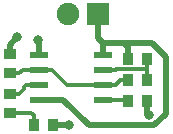
<source format=gtl>
G04 #@! TF.GenerationSoftware,KiCad,Pcbnew,6.0.0-rc1-unknown-2fdf13a~66~ubuntu16.04.1*
G04 #@! TF.CreationDate,2018-11-18T17:19:58+00:00*
G04 #@! TF.ProjectId,demo,64656d6f-2e6b-4696-9361-645f70636258,rev?*
G04 #@! TF.SameCoordinates,Original*
G04 #@! TF.FileFunction,Copper,L1,Top*
G04 #@! TF.FilePolarity,Positive*
%FSLAX46Y46*%
G04 Gerber Fmt 4.6, Leading zero omitted, Abs format (unit mm)*
G04 Created by KiCad (PCBNEW 6.0.0-rc1-unknown-2fdf13a~66~ubuntu16.04.1) date Sun 18 Nov 2018 17:19:58 GMT*
%MOMM*%
%LPD*%
G01*
G04 APERTURE LIST*
G04 #@! TA.AperFunction,ComponentPad*
%ADD10C,1.900000*%
G04 #@! TD*
G04 #@! TA.AperFunction,ComponentPad*
%ADD11R,1.900000X1.900000*%
G04 #@! TD*
G04 #@! TA.AperFunction,SMDPad,CuDef*
%ADD12R,1.000000X0.950000*%
G04 #@! TD*
G04 #@! TA.AperFunction,SMDPad,CuDef*
%ADD13R,0.950000X1.000000*%
G04 #@! TD*
G04 #@! TA.AperFunction,SMDPad,CuDef*
%ADD14R,1.550000X0.600000*%
G04 #@! TD*
G04 #@! TA.AperFunction,ViaPad*
%ADD15C,0.800000*%
G04 #@! TD*
G04 #@! TA.AperFunction,Conductor*
%ADD16C,0.500000*%
G04 #@! TD*
G04 #@! TA.AperFunction,Conductor*
%ADD17C,0.300000*%
G04 #@! TD*
G04 APERTURE END LIST*
D10*
G04 #@! TO.P,BT1,2*
G04 #@! TO.N,GND*
X223930000Y-3200000D03*
D11*
G04 #@! TO.P,BT1,1*
G04 #@! TO.N,5v*
X226470000Y-3200000D03*
G04 #@! TD*
D12*
G04 #@! TO.P,C1,2*
G04 #@! TO.N,Net-(C1-Pad2)*
X219000000Y-8200000D03*
G04 #@! TO.P,C1,1*
G04 #@! TO.N,GND*
X219000000Y-6600000D03*
G04 #@! TD*
D13*
G04 #@! TO.P,C2,1*
G04 #@! TO.N,GND*
X230600000Y-10600000D03*
G04 #@! TO.P,C2,2*
G04 #@! TO.N,Net-(C2-Pad2)*
X229000000Y-10600000D03*
G04 #@! TD*
G04 #@! TO.P,D1,1*
G04 #@! TO.N,GND*
X222600000Y-12600000D03*
G04 #@! TO.P,D1,2*
G04 #@! TO.N,Net-(D1-Pad2)*
X221000000Y-12600000D03*
G04 #@! TD*
D14*
G04 #@! TO.P,IC1,1*
G04 #@! TO.N,GND*
X221455001Y-6650001D03*
G04 #@! TO.P,IC1,2*
G04 #@! TO.N,Net-(C1-Pad2)*
X221455001Y-7920001D03*
G04 #@! TO.P,IC1,3*
G04 #@! TO.N,Net-(IC1-Pad3)*
X221455001Y-9190001D03*
G04 #@! TO.P,IC1,4*
G04 #@! TO.N,5v*
X221455001Y-10460001D03*
G04 #@! TO.P,IC1,5*
G04 #@! TO.N,Net-(C2-Pad2)*
X226855001Y-10460001D03*
G04 #@! TO.P,IC1,6*
G04 #@! TO.N,Net-(C1-Pad2)*
X226855001Y-9190001D03*
G04 #@! TO.P,IC1,7*
G04 #@! TO.N,Net-(IC1-Pad7)*
X226855001Y-7920001D03*
G04 #@! TO.P,IC1,8*
G04 #@! TO.N,5v*
X226855001Y-6650001D03*
G04 #@! TD*
D13*
G04 #@! TO.P,R1,2*
G04 #@! TO.N,Net-(IC1-Pad7)*
X230600000Y-7000000D03*
G04 #@! TO.P,R1,1*
G04 #@! TO.N,5v*
X229000000Y-7000000D03*
G04 #@! TD*
G04 #@! TO.P,R2,1*
G04 #@! TO.N,Net-(C1-Pad2)*
X229000000Y-8800000D03*
G04 #@! TO.P,R2,2*
G04 #@! TO.N,Net-(IC1-Pad7)*
X230600000Y-8800000D03*
G04 #@! TD*
D12*
G04 #@! TO.P,R3,1*
G04 #@! TO.N,Net-(IC1-Pad3)*
X219000000Y-10000000D03*
G04 #@! TO.P,R3,2*
G04 #@! TO.N,Net-(D1-Pad2)*
X219000000Y-11600000D03*
G04 #@! TD*
D15*
G04 #@! TO.N,GND*
X221400000Y-5400000D03*
X219600000Y-5200000D03*
X224000000Y-12600000D03*
X230800000Y-11800000D03*
G04 #@! TD*
D16*
G04 #@! TO.N,5v*
X226470000Y-3200000D02*
X226470000Y-5270000D01*
X226855001Y-5655001D02*
X226855001Y-6650001D01*
X226470000Y-5270000D02*
X226855001Y-5655001D01*
X228655001Y-5655001D02*
X226855001Y-5655001D01*
X229000000Y-6000000D02*
X228655001Y-5655001D01*
X229000000Y-7000000D02*
X229000000Y-6000000D01*
X231040003Y-5655001D02*
X228655001Y-5655001D01*
X232200000Y-6814998D02*
X231040003Y-5655001D01*
X232200000Y-11658002D02*
X232200000Y-6814998D01*
X223460001Y-10460001D02*
X225650001Y-12650001D01*
X225650001Y-12650001D02*
X231208001Y-12650001D01*
X221455001Y-10460001D02*
X223460001Y-10460001D01*
X231208001Y-12650001D02*
X232200000Y-11658002D01*
G04 #@! TO.N,GND*
X221455001Y-5455001D02*
X221400000Y-5400000D01*
X221455001Y-6650001D02*
X221455001Y-5455001D01*
X219000000Y-6600000D02*
X219000000Y-6200000D01*
X219000000Y-6200000D02*
X219000000Y-5800000D01*
X219000000Y-5800000D02*
X219600000Y-5200000D01*
X222600000Y-12600000D02*
X224000000Y-12600000D01*
X230600000Y-11600000D02*
X230800000Y-11800000D01*
X230600000Y-10600000D02*
X230600000Y-11600000D01*
D17*
G04 #@! TO.N,Net-(C1-Pad2)*
X227930001Y-9190001D02*
X228320002Y-8800000D01*
X226855001Y-9190001D02*
X227930001Y-9190001D01*
X228320002Y-8800000D02*
X229000000Y-8800000D01*
X219000000Y-8200000D02*
X219800000Y-8200000D01*
X220079999Y-7920001D02*
X221455001Y-7920001D01*
X219800000Y-8200000D02*
X220079999Y-7920001D01*
X222530001Y-7920001D02*
X223810000Y-9200000D01*
X221455001Y-7920001D02*
X222530001Y-7920001D01*
X223819999Y-9190001D02*
X226855001Y-9190001D01*
X223810000Y-9200000D02*
X223819999Y-9190001D01*
G04 #@! TO.N,Net-(C2-Pad2)*
X228860001Y-10460001D02*
X229000000Y-10600000D01*
X226855001Y-10460001D02*
X228860001Y-10460001D01*
G04 #@! TO.N,Net-(D1-Pad2)*
X219000000Y-11600000D02*
X220800000Y-11600000D01*
X221000000Y-11800000D02*
X221000000Y-12600000D01*
X220800000Y-11600000D02*
X221000000Y-11800000D01*
G04 #@! TO.N,Net-(IC1-Pad7)*
X230600000Y-7800000D02*
X230600000Y-7000000D01*
X227930001Y-7920001D02*
X228000001Y-7850001D01*
X228000001Y-7850001D02*
X230549999Y-7850001D01*
X226855001Y-7920001D02*
X227930001Y-7920001D01*
X230549999Y-7850001D02*
X230600000Y-7800000D01*
X230600000Y-7900002D02*
X230549999Y-7850001D01*
X230600000Y-8800000D02*
X230600000Y-7900002D01*
G04 #@! TO.N,Net-(IC1-Pad3)*
X220380001Y-9190001D02*
X221455001Y-9190001D01*
X219000000Y-10000000D02*
X219800000Y-10000000D01*
X219800000Y-10000000D02*
X220200000Y-9600000D01*
X220200000Y-9600000D02*
X220200000Y-9370002D01*
X220200000Y-9370002D02*
X220380001Y-9190001D01*
G04 #@! TD*
M02*

</source>
